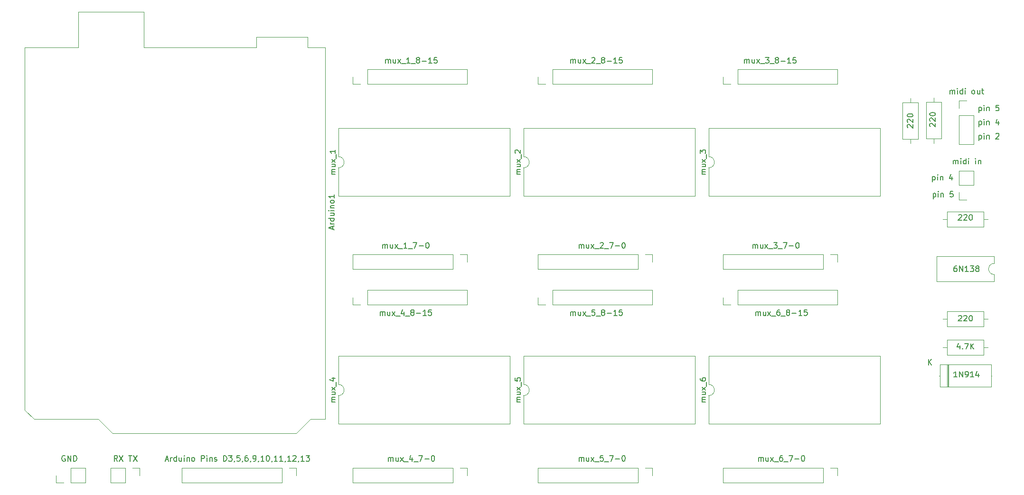
<source format=gbr>
G04 #@! TF.GenerationSoftware,KiCad,Pcbnew,(5.1.2-1)-1*
G04 #@! TF.CreationDate,2019-07-10T19:42:19-04:00*
G04 #@! TF.ProjectId,SuperMux,53757065-724d-4757-982e-6b696361645f,rev?*
G04 #@! TF.SameCoordinates,Original*
G04 #@! TF.FileFunction,Legend,Top*
G04 #@! TF.FilePolarity,Positive*
%FSLAX46Y46*%
G04 Gerber Fmt 4.6, Leading zero omitted, Abs format (unit mm)*
G04 Created by KiCad (PCBNEW (5.1.2-1)-1) date 2019-07-10 19:42:19*
%MOMM*%
%LPD*%
G04 APERTURE LIST*
%ADD10C,0.150000*%
%ADD11C,0.120000*%
G04 APERTURE END LIST*
D10*
X210238095Y-65285714D02*
X210238095Y-66285714D01*
X210238095Y-65333333D02*
X210333333Y-65285714D01*
X210523809Y-65285714D01*
X210619047Y-65333333D01*
X210666666Y-65380952D01*
X210714285Y-65476190D01*
X210714285Y-65761904D01*
X210666666Y-65857142D01*
X210619047Y-65904761D01*
X210523809Y-65952380D01*
X210333333Y-65952380D01*
X210238095Y-65904761D01*
X211142857Y-65952380D02*
X211142857Y-65285714D01*
X211142857Y-64952380D02*
X211095238Y-65000000D01*
X211142857Y-65047619D01*
X211190476Y-65000000D01*
X211142857Y-64952380D01*
X211142857Y-65047619D01*
X211619047Y-65285714D02*
X211619047Y-65952380D01*
X211619047Y-65380952D02*
X211666666Y-65333333D01*
X211761904Y-65285714D01*
X211904761Y-65285714D01*
X212000000Y-65333333D01*
X212047619Y-65428571D01*
X212047619Y-65952380D01*
X213238095Y-65047619D02*
X213285714Y-65000000D01*
X213380952Y-64952380D01*
X213619047Y-64952380D01*
X213714285Y-65000000D01*
X213761904Y-65047619D01*
X213809523Y-65142857D01*
X213809523Y-65238095D01*
X213761904Y-65380952D01*
X213190476Y-65952380D01*
X213809523Y-65952380D01*
X210238095Y-62785714D02*
X210238095Y-63785714D01*
X210238095Y-62833333D02*
X210333333Y-62785714D01*
X210523809Y-62785714D01*
X210619047Y-62833333D01*
X210666666Y-62880952D01*
X210714285Y-62976190D01*
X210714285Y-63261904D01*
X210666666Y-63357142D01*
X210619047Y-63404761D01*
X210523809Y-63452380D01*
X210333333Y-63452380D01*
X210238095Y-63404761D01*
X211142857Y-63452380D02*
X211142857Y-62785714D01*
X211142857Y-62452380D02*
X211095238Y-62500000D01*
X211142857Y-62547619D01*
X211190476Y-62500000D01*
X211142857Y-62452380D01*
X211142857Y-62547619D01*
X211619047Y-62785714D02*
X211619047Y-63452380D01*
X211619047Y-62880952D02*
X211666666Y-62833333D01*
X211761904Y-62785714D01*
X211904761Y-62785714D01*
X212000000Y-62833333D01*
X212047619Y-62928571D01*
X212047619Y-63452380D01*
X213714285Y-62785714D02*
X213714285Y-63452380D01*
X213476190Y-62404761D02*
X213238095Y-63119047D01*
X213857142Y-63119047D01*
X210238095Y-60285714D02*
X210238095Y-61285714D01*
X210238095Y-60333333D02*
X210333333Y-60285714D01*
X210523809Y-60285714D01*
X210619047Y-60333333D01*
X210666666Y-60380952D01*
X210714285Y-60476190D01*
X210714285Y-60761904D01*
X210666666Y-60857142D01*
X210619047Y-60904761D01*
X210523809Y-60952380D01*
X210333333Y-60952380D01*
X210238095Y-60904761D01*
X211142857Y-60952380D02*
X211142857Y-60285714D01*
X211142857Y-59952380D02*
X211095238Y-60000000D01*
X211142857Y-60047619D01*
X211190476Y-60000000D01*
X211142857Y-59952380D01*
X211142857Y-60047619D01*
X211619047Y-60285714D02*
X211619047Y-60952380D01*
X211619047Y-60380952D02*
X211666666Y-60333333D01*
X211761904Y-60285714D01*
X211904761Y-60285714D01*
X212000000Y-60333333D01*
X212047619Y-60428571D01*
X212047619Y-60952380D01*
X213761904Y-59952380D02*
X213285714Y-59952380D01*
X213238095Y-60428571D01*
X213285714Y-60380952D01*
X213380952Y-60333333D01*
X213619047Y-60333333D01*
X213714285Y-60380952D01*
X213761904Y-60428571D01*
X213809523Y-60523809D01*
X213809523Y-60761904D01*
X213761904Y-60857142D01*
X213714285Y-60904761D01*
X213619047Y-60952380D01*
X213380952Y-60952380D01*
X213285714Y-60904761D01*
X213238095Y-60857142D01*
X201958095Y-72645714D02*
X201958095Y-73645714D01*
X201958095Y-72693333D02*
X202053333Y-72645714D01*
X202243809Y-72645714D01*
X202339047Y-72693333D01*
X202386666Y-72740952D01*
X202434285Y-72836190D01*
X202434285Y-73121904D01*
X202386666Y-73217142D01*
X202339047Y-73264761D01*
X202243809Y-73312380D01*
X202053333Y-73312380D01*
X201958095Y-73264761D01*
X202862857Y-73312380D02*
X202862857Y-72645714D01*
X202862857Y-72312380D02*
X202815238Y-72360000D01*
X202862857Y-72407619D01*
X202910476Y-72360000D01*
X202862857Y-72312380D01*
X202862857Y-72407619D01*
X203339047Y-72645714D02*
X203339047Y-73312380D01*
X203339047Y-72740952D02*
X203386666Y-72693333D01*
X203481904Y-72645714D01*
X203624761Y-72645714D01*
X203720000Y-72693333D01*
X203767619Y-72788571D01*
X203767619Y-73312380D01*
X205434285Y-72645714D02*
X205434285Y-73312380D01*
X205196190Y-72264761D02*
X204958095Y-72979047D01*
X205577142Y-72979047D01*
X202058095Y-75645714D02*
X202058095Y-76645714D01*
X202058095Y-75693333D02*
X202153333Y-75645714D01*
X202343809Y-75645714D01*
X202439047Y-75693333D01*
X202486666Y-75740952D01*
X202534285Y-75836190D01*
X202534285Y-76121904D01*
X202486666Y-76217142D01*
X202439047Y-76264761D01*
X202343809Y-76312380D01*
X202153333Y-76312380D01*
X202058095Y-76264761D01*
X202962857Y-76312380D02*
X202962857Y-75645714D01*
X202962857Y-75312380D02*
X202915238Y-75360000D01*
X202962857Y-75407619D01*
X203010476Y-75360000D01*
X202962857Y-75312380D01*
X202962857Y-75407619D01*
X203439047Y-75645714D02*
X203439047Y-76312380D01*
X203439047Y-75740952D02*
X203486666Y-75693333D01*
X203581904Y-75645714D01*
X203724761Y-75645714D01*
X203820000Y-75693333D01*
X203867619Y-75788571D01*
X203867619Y-76312380D01*
X205581904Y-75312380D02*
X205105714Y-75312380D01*
X205058095Y-75788571D01*
X205105714Y-75740952D01*
X205200952Y-75693333D01*
X205439047Y-75693333D01*
X205534285Y-75740952D01*
X205581904Y-75788571D01*
X205629523Y-75883809D01*
X205629523Y-76121904D01*
X205581904Y-76217142D01*
X205534285Y-76264761D01*
X205439047Y-76312380D01*
X205200952Y-76312380D01*
X205105714Y-76264761D01*
X205058095Y-76217142D01*
D11*
X55670000Y-118510000D02*
X88440000Y-118510000D01*
X88440000Y-118510000D02*
X90980000Y-115970000D01*
X90980000Y-115970000D02*
X93650000Y-115970000D01*
X93650000Y-115970000D02*
X93650000Y-49670000D01*
X93650000Y-49670000D02*
X90470000Y-49670000D01*
X90470000Y-49670000D02*
X90470000Y-47770000D01*
X90470000Y-47770000D02*
X81330000Y-47770000D01*
X81330000Y-47770000D02*
X81330000Y-49670000D01*
X81330000Y-49670000D02*
X61260000Y-49670000D01*
X61260000Y-49670000D02*
X61260000Y-43320000D01*
X61260000Y-43320000D02*
X49580000Y-43320000D01*
X49580000Y-43320000D02*
X49580000Y-49670000D01*
X49580000Y-49670000D02*
X40050000Y-49670000D01*
X40050000Y-49670000D02*
X40050000Y-114320000D01*
X40050000Y-114320000D02*
X41700000Y-115970000D01*
X41700000Y-115970000D02*
X53130000Y-115970000D01*
X53130000Y-115970000D02*
X55670000Y-118510000D01*
X96000000Y-69120000D02*
G75*
G02X96000000Y-71120000I0J-1000000D01*
G01*
X96000000Y-71120000D02*
X96000000Y-76180000D01*
X96000000Y-76180000D02*
X126600000Y-76180000D01*
X126600000Y-76180000D02*
X126600000Y-64060000D01*
X126600000Y-64060000D02*
X96000000Y-64060000D01*
X96000000Y-64060000D02*
X96000000Y-69120000D01*
X98540000Y-86570000D02*
X98540000Y-89230000D01*
X116380000Y-86570000D02*
X98540000Y-86570000D01*
X116380000Y-89230000D02*
X98540000Y-89230000D01*
X116380000Y-86570000D02*
X116380000Y-89230000D01*
X117650000Y-86570000D02*
X118980000Y-86570000D01*
X118980000Y-86570000D02*
X118980000Y-87900000D01*
X98540000Y-56210000D02*
X98540000Y-54880000D01*
X99870000Y-56210000D02*
X98540000Y-56210000D01*
X101140000Y-56210000D02*
X101140000Y-53550000D01*
X101140000Y-53550000D02*
X118980000Y-53550000D01*
X101140000Y-56210000D02*
X118980000Y-56210000D01*
X118980000Y-56210000D02*
X118980000Y-53550000D01*
X131560000Y-86570000D02*
X131560000Y-89230000D01*
X149400000Y-86570000D02*
X131560000Y-86570000D01*
X149400000Y-89230000D02*
X131560000Y-89230000D01*
X149400000Y-86570000D02*
X149400000Y-89230000D01*
X150670000Y-86570000D02*
X152000000Y-86570000D01*
X152000000Y-86570000D02*
X152000000Y-87900000D01*
X131560000Y-56210000D02*
X131560000Y-54880000D01*
X132890000Y-56210000D02*
X131560000Y-56210000D01*
X134160000Y-56210000D02*
X134160000Y-53550000D01*
X134160000Y-53550000D02*
X152000000Y-53550000D01*
X134160000Y-56210000D02*
X152000000Y-56210000D01*
X152000000Y-56210000D02*
X152000000Y-53550000D01*
X164580000Y-86570000D02*
X164580000Y-89230000D01*
X182420000Y-86570000D02*
X164580000Y-86570000D01*
X182420000Y-89230000D02*
X164580000Y-89230000D01*
X182420000Y-86570000D02*
X182420000Y-89230000D01*
X183690000Y-86570000D02*
X185020000Y-86570000D01*
X185020000Y-86570000D02*
X185020000Y-87900000D01*
X164580000Y-56210000D02*
X164580000Y-54880000D01*
X165910000Y-56210000D02*
X164580000Y-56210000D01*
X167180000Y-56210000D02*
X167180000Y-53550000D01*
X167180000Y-53550000D02*
X185020000Y-53550000D01*
X167180000Y-56210000D02*
X185020000Y-56210000D01*
X185020000Y-56210000D02*
X185020000Y-53550000D01*
X98540000Y-124670000D02*
X98540000Y-127330000D01*
X116380000Y-124670000D02*
X98540000Y-124670000D01*
X116380000Y-127330000D02*
X98540000Y-127330000D01*
X116380000Y-124670000D02*
X116380000Y-127330000D01*
X117650000Y-124670000D02*
X118980000Y-124670000D01*
X118980000Y-124670000D02*
X118980000Y-126000000D01*
X98540000Y-95580000D02*
X98540000Y-94250000D01*
X99870000Y-95580000D02*
X98540000Y-95580000D01*
X101140000Y-95580000D02*
X101140000Y-92920000D01*
X101140000Y-92920000D02*
X118980000Y-92920000D01*
X101140000Y-95580000D02*
X118980000Y-95580000D01*
X118980000Y-95580000D02*
X118980000Y-92920000D01*
X131560000Y-124670000D02*
X131560000Y-127330000D01*
X149400000Y-124670000D02*
X131560000Y-124670000D01*
X149400000Y-127330000D02*
X131560000Y-127330000D01*
X149400000Y-124670000D02*
X149400000Y-127330000D01*
X150670000Y-124670000D02*
X152000000Y-124670000D01*
X152000000Y-124670000D02*
X152000000Y-126000000D01*
X131560000Y-95580000D02*
X131560000Y-94250000D01*
X132890000Y-95580000D02*
X131560000Y-95580000D01*
X134160000Y-95580000D02*
X134160000Y-92920000D01*
X134160000Y-92920000D02*
X152000000Y-92920000D01*
X134160000Y-95580000D02*
X152000000Y-95580000D01*
X152000000Y-95580000D02*
X152000000Y-92920000D01*
X164580000Y-124670000D02*
X164580000Y-127330000D01*
X182420000Y-124670000D02*
X164580000Y-124670000D01*
X182420000Y-127330000D02*
X164580000Y-127330000D01*
X182420000Y-124670000D02*
X182420000Y-127330000D01*
X183690000Y-124670000D02*
X185020000Y-124670000D01*
X185020000Y-124670000D02*
X185020000Y-126000000D01*
X164580000Y-95580000D02*
X164580000Y-94250000D01*
X165910000Y-95580000D02*
X164580000Y-95580000D01*
X167180000Y-95580000D02*
X167180000Y-92920000D01*
X167180000Y-92920000D02*
X185020000Y-92920000D01*
X167180000Y-95580000D02*
X185020000Y-95580000D01*
X185020000Y-95580000D02*
X185020000Y-92920000D01*
X68060000Y-124670000D02*
X68060000Y-127330000D01*
X85900000Y-124670000D02*
X68060000Y-124670000D01*
X85900000Y-127330000D02*
X68060000Y-127330000D01*
X85900000Y-124670000D02*
X85900000Y-127330000D01*
X87170000Y-124670000D02*
X88500000Y-124670000D01*
X88500000Y-124670000D02*
X88500000Y-126000000D01*
X55360000Y-124670000D02*
X55360000Y-127330000D01*
X57960000Y-124670000D02*
X55360000Y-124670000D01*
X57960000Y-127330000D02*
X55360000Y-127330000D01*
X57960000Y-124670000D02*
X57960000Y-127330000D01*
X59230000Y-124670000D02*
X60560000Y-124670000D01*
X60560000Y-124670000D02*
X60560000Y-126000000D01*
X129020000Y-69120000D02*
G75*
G02X129020000Y-71120000I0J-1000000D01*
G01*
X129020000Y-71120000D02*
X129020000Y-76180000D01*
X129020000Y-76180000D02*
X159620000Y-76180000D01*
X159620000Y-76180000D02*
X159620000Y-64060000D01*
X159620000Y-64060000D02*
X129020000Y-64060000D01*
X129020000Y-64060000D02*
X129020000Y-69120000D01*
X162040000Y-64060000D02*
X162040000Y-69120000D01*
X192640000Y-64060000D02*
X162040000Y-64060000D01*
X192640000Y-76180000D02*
X192640000Y-64060000D01*
X162040000Y-76180000D02*
X192640000Y-76180000D01*
X162040000Y-71120000D02*
X162040000Y-76180000D01*
X162040000Y-69120000D02*
G75*
G02X162040000Y-71120000I0J-1000000D01*
G01*
X96000000Y-104700000D02*
X96000000Y-109760000D01*
X126600000Y-104700000D02*
X96000000Y-104700000D01*
X126600000Y-116820000D02*
X126600000Y-104700000D01*
X96000000Y-116820000D02*
X126600000Y-116820000D01*
X96000000Y-111760000D02*
X96000000Y-116820000D01*
X96000000Y-109760000D02*
G75*
G02X96000000Y-111760000I0J-1000000D01*
G01*
X129020000Y-109760000D02*
G75*
G02X129020000Y-111760000I0J-1000000D01*
G01*
X129020000Y-111760000D02*
X129020000Y-116820000D01*
X129020000Y-116820000D02*
X159620000Y-116820000D01*
X159620000Y-116820000D02*
X159620000Y-104700000D01*
X159620000Y-104700000D02*
X129020000Y-104700000D01*
X129020000Y-104700000D02*
X129020000Y-109760000D01*
X162040000Y-109760000D02*
G75*
G02X162040000Y-111760000I0J-1000000D01*
G01*
X162040000Y-111760000D02*
X162040000Y-116820000D01*
X162040000Y-116820000D02*
X192640000Y-116820000D01*
X192640000Y-116820000D02*
X192640000Y-104700000D01*
X192640000Y-104700000D02*
X162040000Y-104700000D01*
X162040000Y-104700000D02*
X162040000Y-109760000D01*
X203250000Y-106250000D02*
X203250000Y-110190000D01*
X203250000Y-110190000D02*
X212390000Y-110190000D01*
X212390000Y-110190000D02*
X212390000Y-106250000D01*
X212390000Y-106250000D02*
X203250000Y-106250000D01*
X203110000Y-108220000D02*
X203250000Y-108220000D01*
X212530000Y-108220000D02*
X212390000Y-108220000D01*
X204705000Y-106250000D02*
X204705000Y-110190000D01*
X204825000Y-106250000D02*
X204825000Y-110190000D01*
X204585000Y-106250000D02*
X204585000Y-110190000D01*
X209330000Y-74230000D02*
X206670000Y-74230000D01*
X209330000Y-74230000D02*
X209330000Y-71630000D01*
X209330000Y-71630000D02*
X206670000Y-71630000D01*
X206670000Y-74230000D02*
X206670000Y-71630000D01*
X206670000Y-76830000D02*
X206670000Y-75500000D01*
X208000000Y-76830000D02*
X206670000Y-76830000D01*
X204550000Y-78910000D02*
X204550000Y-81650000D01*
X204550000Y-81650000D02*
X211090000Y-81650000D01*
X211090000Y-81650000D02*
X211090000Y-78910000D01*
X211090000Y-78910000D02*
X204550000Y-78910000D01*
X203780000Y-80280000D02*
X204550000Y-80280000D01*
X211860000Y-80280000D02*
X211090000Y-80280000D01*
X204550000Y-101770000D02*
X204550000Y-104510000D01*
X204550000Y-104510000D02*
X211090000Y-104510000D01*
X211090000Y-104510000D02*
X211090000Y-101770000D01*
X211090000Y-101770000D02*
X204550000Y-101770000D01*
X203780000Y-103140000D02*
X204550000Y-103140000D01*
X211860000Y-103140000D02*
X211090000Y-103140000D01*
X211860000Y-98060000D02*
X211090000Y-98060000D01*
X203780000Y-98060000D02*
X204550000Y-98060000D01*
X211090000Y-96690000D02*
X204550000Y-96690000D01*
X211090000Y-99430000D02*
X211090000Y-96690000D01*
X204550000Y-99430000D02*
X211090000Y-99430000D01*
X204550000Y-96690000D02*
X204550000Y-99430000D01*
X212960000Y-90170000D02*
G75*
G02X212960000Y-88170000I0J1000000D01*
G01*
X212960000Y-88170000D02*
X212960000Y-86920000D01*
X212960000Y-86920000D02*
X202680000Y-86920000D01*
X202680000Y-86920000D02*
X202680000Y-91420000D01*
X202680000Y-91420000D02*
X212960000Y-91420000D01*
X212960000Y-91420000D02*
X212960000Y-90170000D01*
X45670000Y-127330000D02*
X45670000Y-126000000D01*
X47000000Y-127330000D02*
X45670000Y-127330000D01*
X48270000Y-127330000D02*
X48270000Y-124670000D01*
X48270000Y-124670000D02*
X50870000Y-124670000D01*
X48270000Y-127330000D02*
X50870000Y-127330000D01*
X50870000Y-127330000D02*
X50870000Y-124670000D01*
X206670000Y-66910000D02*
X209330000Y-66910000D01*
X206670000Y-61770000D02*
X206670000Y-66910000D01*
X209330000Y-61770000D02*
X209330000Y-66910000D01*
X206670000Y-61770000D02*
X209330000Y-61770000D01*
X206670000Y-60500000D02*
X206670000Y-59170000D01*
X206670000Y-59170000D02*
X208000000Y-59170000D01*
X202200000Y-66720000D02*
X202200000Y-65950000D01*
X202200000Y-58640000D02*
X202200000Y-59410000D01*
X203570000Y-65950000D02*
X203570000Y-59410000D01*
X200830000Y-65950000D02*
X203570000Y-65950000D01*
X200830000Y-59410000D02*
X200830000Y-65950000D01*
X203570000Y-59410000D02*
X200830000Y-59410000D01*
X196630000Y-65990000D02*
X199370000Y-65990000D01*
X199370000Y-65990000D02*
X199370000Y-59450000D01*
X199370000Y-59450000D02*
X196630000Y-59450000D01*
X196630000Y-59450000D02*
X196630000Y-65990000D01*
X198000000Y-66760000D02*
X198000000Y-65990000D01*
X198000000Y-58680000D02*
X198000000Y-59450000D01*
D10*
X94956666Y-82081428D02*
X94956666Y-81605238D01*
X95242380Y-82176666D02*
X94242380Y-81843333D01*
X95242380Y-81510000D01*
X95242380Y-81176666D02*
X94575714Y-81176666D01*
X94766190Y-81176666D02*
X94670952Y-81129047D01*
X94623333Y-81081428D01*
X94575714Y-80986190D01*
X94575714Y-80890952D01*
X95242380Y-80129047D02*
X94242380Y-80129047D01*
X95194761Y-80129047D02*
X95242380Y-80224285D01*
X95242380Y-80414761D01*
X95194761Y-80510000D01*
X95147142Y-80557619D01*
X95051904Y-80605238D01*
X94766190Y-80605238D01*
X94670952Y-80557619D01*
X94623333Y-80510000D01*
X94575714Y-80414761D01*
X94575714Y-80224285D01*
X94623333Y-80129047D01*
X94575714Y-79224285D02*
X95242380Y-79224285D01*
X94575714Y-79652857D02*
X95099523Y-79652857D01*
X95194761Y-79605238D01*
X95242380Y-79510000D01*
X95242380Y-79367142D01*
X95194761Y-79271904D01*
X95147142Y-79224285D01*
X95242380Y-78748095D02*
X94575714Y-78748095D01*
X94242380Y-78748095D02*
X94290000Y-78795714D01*
X94337619Y-78748095D01*
X94290000Y-78700476D01*
X94242380Y-78748095D01*
X94337619Y-78748095D01*
X94575714Y-78271904D02*
X95242380Y-78271904D01*
X94670952Y-78271904D02*
X94623333Y-78224285D01*
X94575714Y-78129047D01*
X94575714Y-77986190D01*
X94623333Y-77890952D01*
X94718571Y-77843333D01*
X95242380Y-77843333D01*
X95242380Y-77224285D02*
X95194761Y-77319523D01*
X95147142Y-77367142D01*
X95051904Y-77414761D01*
X94766190Y-77414761D01*
X94670952Y-77367142D01*
X94623333Y-77319523D01*
X94575714Y-77224285D01*
X94575714Y-77081428D01*
X94623333Y-76986190D01*
X94670952Y-76938571D01*
X94766190Y-76890952D01*
X95051904Y-76890952D01*
X95147142Y-76938571D01*
X95194761Y-76986190D01*
X95242380Y-77081428D01*
X95242380Y-77224285D01*
X95242380Y-75938571D02*
X95242380Y-76510000D01*
X95242380Y-76224285D02*
X94242380Y-76224285D01*
X94385238Y-76319523D01*
X94480476Y-76414761D01*
X94528095Y-76510000D01*
X95452380Y-72262857D02*
X94785714Y-72262857D01*
X94880952Y-72262857D02*
X94833333Y-72215238D01*
X94785714Y-72120000D01*
X94785714Y-71977142D01*
X94833333Y-71881904D01*
X94928571Y-71834285D01*
X95452380Y-71834285D01*
X94928571Y-71834285D02*
X94833333Y-71786666D01*
X94785714Y-71691428D01*
X94785714Y-71548571D01*
X94833333Y-71453333D01*
X94928571Y-71405714D01*
X95452380Y-71405714D01*
X94785714Y-70500952D02*
X95452380Y-70500952D01*
X94785714Y-70929523D02*
X95309523Y-70929523D01*
X95404761Y-70881904D01*
X95452380Y-70786666D01*
X95452380Y-70643809D01*
X95404761Y-70548571D01*
X95357142Y-70500952D01*
X95452380Y-70120000D02*
X94785714Y-69596190D01*
X94785714Y-70120000D02*
X95452380Y-69596190D01*
X95547619Y-69453333D02*
X95547619Y-68691428D01*
X95452380Y-67929523D02*
X95452380Y-68500952D01*
X95452380Y-68215238D02*
X94452380Y-68215238D01*
X94595238Y-68310476D01*
X94690476Y-68405714D01*
X94738095Y-68500952D01*
X103904761Y-85452380D02*
X103904761Y-84785714D01*
X103904761Y-84880952D02*
X103952380Y-84833333D01*
X104047619Y-84785714D01*
X104190476Y-84785714D01*
X104285714Y-84833333D01*
X104333333Y-84928571D01*
X104333333Y-85452380D01*
X104333333Y-84928571D02*
X104380952Y-84833333D01*
X104476190Y-84785714D01*
X104619047Y-84785714D01*
X104714285Y-84833333D01*
X104761904Y-84928571D01*
X104761904Y-85452380D01*
X105666666Y-84785714D02*
X105666666Y-85452380D01*
X105238095Y-84785714D02*
X105238095Y-85309523D01*
X105285714Y-85404761D01*
X105380952Y-85452380D01*
X105523809Y-85452380D01*
X105619047Y-85404761D01*
X105666666Y-85357142D01*
X106047619Y-85452380D02*
X106571428Y-84785714D01*
X106047619Y-84785714D02*
X106571428Y-85452380D01*
X106714285Y-85547619D02*
X107476190Y-85547619D01*
X108238095Y-85452380D02*
X107666666Y-85452380D01*
X107952380Y-85452380D02*
X107952380Y-84452380D01*
X107857142Y-84595238D01*
X107761904Y-84690476D01*
X107666666Y-84738095D01*
X108428571Y-85547619D02*
X109190476Y-85547619D01*
X109333333Y-84452380D02*
X110000000Y-84452380D01*
X109571428Y-85452380D01*
X110380952Y-85071428D02*
X111142857Y-85071428D01*
X111809523Y-84452380D02*
X111904761Y-84452380D01*
X112000000Y-84500000D01*
X112047619Y-84547619D01*
X112095238Y-84642857D01*
X112142857Y-84833333D01*
X112142857Y-85071428D01*
X112095238Y-85261904D01*
X112047619Y-85357142D01*
X112000000Y-85404761D01*
X111904761Y-85452380D01*
X111809523Y-85452380D01*
X111714285Y-85404761D01*
X111666666Y-85357142D01*
X111619047Y-85261904D01*
X111571428Y-85071428D01*
X111571428Y-84833333D01*
X111619047Y-84642857D01*
X111666666Y-84547619D01*
X111714285Y-84500000D01*
X111809523Y-84452380D01*
X104428571Y-52452380D02*
X104428571Y-51785714D01*
X104428571Y-51880952D02*
X104476190Y-51833333D01*
X104571428Y-51785714D01*
X104714285Y-51785714D01*
X104809523Y-51833333D01*
X104857142Y-51928571D01*
X104857142Y-52452380D01*
X104857142Y-51928571D02*
X104904761Y-51833333D01*
X105000000Y-51785714D01*
X105142857Y-51785714D01*
X105238095Y-51833333D01*
X105285714Y-51928571D01*
X105285714Y-52452380D01*
X106190476Y-51785714D02*
X106190476Y-52452380D01*
X105761904Y-51785714D02*
X105761904Y-52309523D01*
X105809523Y-52404761D01*
X105904761Y-52452380D01*
X106047619Y-52452380D01*
X106142857Y-52404761D01*
X106190476Y-52357142D01*
X106571428Y-52452380D02*
X107095238Y-51785714D01*
X106571428Y-51785714D02*
X107095238Y-52452380D01*
X107238095Y-52547619D02*
X108000000Y-52547619D01*
X108761904Y-52452380D02*
X108190476Y-52452380D01*
X108476190Y-52452380D02*
X108476190Y-51452380D01*
X108380952Y-51595238D01*
X108285714Y-51690476D01*
X108190476Y-51738095D01*
X108952380Y-52547619D02*
X109714285Y-52547619D01*
X110095238Y-51880952D02*
X110000000Y-51833333D01*
X109952380Y-51785714D01*
X109904761Y-51690476D01*
X109904761Y-51642857D01*
X109952380Y-51547619D01*
X110000000Y-51500000D01*
X110095238Y-51452380D01*
X110285714Y-51452380D01*
X110380952Y-51500000D01*
X110428571Y-51547619D01*
X110476190Y-51642857D01*
X110476190Y-51690476D01*
X110428571Y-51785714D01*
X110380952Y-51833333D01*
X110285714Y-51880952D01*
X110095238Y-51880952D01*
X110000000Y-51928571D01*
X109952380Y-51976190D01*
X109904761Y-52071428D01*
X109904761Y-52261904D01*
X109952380Y-52357142D01*
X110000000Y-52404761D01*
X110095238Y-52452380D01*
X110285714Y-52452380D01*
X110380952Y-52404761D01*
X110428571Y-52357142D01*
X110476190Y-52261904D01*
X110476190Y-52071428D01*
X110428571Y-51976190D01*
X110380952Y-51928571D01*
X110285714Y-51880952D01*
X110904761Y-52071428D02*
X111666666Y-52071428D01*
X112666666Y-52452380D02*
X112095238Y-52452380D01*
X112380952Y-52452380D02*
X112380952Y-51452380D01*
X112285714Y-51595238D01*
X112190476Y-51690476D01*
X112095238Y-51738095D01*
X113571428Y-51452380D02*
X113095238Y-51452380D01*
X113047619Y-51928571D01*
X113095238Y-51880952D01*
X113190476Y-51833333D01*
X113428571Y-51833333D01*
X113523809Y-51880952D01*
X113571428Y-51928571D01*
X113619047Y-52023809D01*
X113619047Y-52261904D01*
X113571428Y-52357142D01*
X113523809Y-52404761D01*
X113428571Y-52452380D01*
X113190476Y-52452380D01*
X113095238Y-52404761D01*
X113047619Y-52357142D01*
X138904761Y-85452380D02*
X138904761Y-84785714D01*
X138904761Y-84880952D02*
X138952380Y-84833333D01*
X139047619Y-84785714D01*
X139190476Y-84785714D01*
X139285714Y-84833333D01*
X139333333Y-84928571D01*
X139333333Y-85452380D01*
X139333333Y-84928571D02*
X139380952Y-84833333D01*
X139476190Y-84785714D01*
X139619047Y-84785714D01*
X139714285Y-84833333D01*
X139761904Y-84928571D01*
X139761904Y-85452380D01*
X140666666Y-84785714D02*
X140666666Y-85452380D01*
X140238095Y-84785714D02*
X140238095Y-85309523D01*
X140285714Y-85404761D01*
X140380952Y-85452380D01*
X140523809Y-85452380D01*
X140619047Y-85404761D01*
X140666666Y-85357142D01*
X141047619Y-85452380D02*
X141571428Y-84785714D01*
X141047619Y-84785714D02*
X141571428Y-85452380D01*
X141714285Y-85547619D02*
X142476190Y-85547619D01*
X142666666Y-84547619D02*
X142714285Y-84500000D01*
X142809523Y-84452380D01*
X143047619Y-84452380D01*
X143142857Y-84500000D01*
X143190476Y-84547619D01*
X143238095Y-84642857D01*
X143238095Y-84738095D01*
X143190476Y-84880952D01*
X142619047Y-85452380D01*
X143238095Y-85452380D01*
X143428571Y-85547619D02*
X144190476Y-85547619D01*
X144333333Y-84452380D02*
X145000000Y-84452380D01*
X144571428Y-85452380D01*
X145380952Y-85071428D02*
X146142857Y-85071428D01*
X146809523Y-84452380D02*
X146904761Y-84452380D01*
X147000000Y-84500000D01*
X147047619Y-84547619D01*
X147095238Y-84642857D01*
X147142857Y-84833333D01*
X147142857Y-85071428D01*
X147095238Y-85261904D01*
X147047619Y-85357142D01*
X147000000Y-85404761D01*
X146904761Y-85452380D01*
X146809523Y-85452380D01*
X146714285Y-85404761D01*
X146666666Y-85357142D01*
X146619047Y-85261904D01*
X146571428Y-85071428D01*
X146571428Y-84833333D01*
X146619047Y-84642857D01*
X146666666Y-84547619D01*
X146714285Y-84500000D01*
X146809523Y-84452380D01*
X137428571Y-52452380D02*
X137428571Y-51785714D01*
X137428571Y-51880952D02*
X137476190Y-51833333D01*
X137571428Y-51785714D01*
X137714285Y-51785714D01*
X137809523Y-51833333D01*
X137857142Y-51928571D01*
X137857142Y-52452380D01*
X137857142Y-51928571D02*
X137904761Y-51833333D01*
X138000000Y-51785714D01*
X138142857Y-51785714D01*
X138238095Y-51833333D01*
X138285714Y-51928571D01*
X138285714Y-52452380D01*
X139190476Y-51785714D02*
X139190476Y-52452380D01*
X138761904Y-51785714D02*
X138761904Y-52309523D01*
X138809523Y-52404761D01*
X138904761Y-52452380D01*
X139047619Y-52452380D01*
X139142857Y-52404761D01*
X139190476Y-52357142D01*
X139571428Y-52452380D02*
X140095238Y-51785714D01*
X139571428Y-51785714D02*
X140095238Y-52452380D01*
X140238095Y-52547619D02*
X141000000Y-52547619D01*
X141190476Y-51547619D02*
X141238095Y-51500000D01*
X141333333Y-51452380D01*
X141571428Y-51452380D01*
X141666666Y-51500000D01*
X141714285Y-51547619D01*
X141761904Y-51642857D01*
X141761904Y-51738095D01*
X141714285Y-51880952D01*
X141142857Y-52452380D01*
X141761904Y-52452380D01*
X141952380Y-52547619D02*
X142714285Y-52547619D01*
X143095238Y-51880952D02*
X143000000Y-51833333D01*
X142952380Y-51785714D01*
X142904761Y-51690476D01*
X142904761Y-51642857D01*
X142952380Y-51547619D01*
X143000000Y-51500000D01*
X143095238Y-51452380D01*
X143285714Y-51452380D01*
X143380952Y-51500000D01*
X143428571Y-51547619D01*
X143476190Y-51642857D01*
X143476190Y-51690476D01*
X143428571Y-51785714D01*
X143380952Y-51833333D01*
X143285714Y-51880952D01*
X143095238Y-51880952D01*
X143000000Y-51928571D01*
X142952380Y-51976190D01*
X142904761Y-52071428D01*
X142904761Y-52261904D01*
X142952380Y-52357142D01*
X143000000Y-52404761D01*
X143095238Y-52452380D01*
X143285714Y-52452380D01*
X143380952Y-52404761D01*
X143428571Y-52357142D01*
X143476190Y-52261904D01*
X143476190Y-52071428D01*
X143428571Y-51976190D01*
X143380952Y-51928571D01*
X143285714Y-51880952D01*
X143904761Y-52071428D02*
X144666666Y-52071428D01*
X145666666Y-52452380D02*
X145095238Y-52452380D01*
X145380952Y-52452380D02*
X145380952Y-51452380D01*
X145285714Y-51595238D01*
X145190476Y-51690476D01*
X145095238Y-51738095D01*
X146571428Y-51452380D02*
X146095238Y-51452380D01*
X146047619Y-51928571D01*
X146095238Y-51880952D01*
X146190476Y-51833333D01*
X146428571Y-51833333D01*
X146523809Y-51880952D01*
X146571428Y-51928571D01*
X146619047Y-52023809D01*
X146619047Y-52261904D01*
X146571428Y-52357142D01*
X146523809Y-52404761D01*
X146428571Y-52452380D01*
X146190476Y-52452380D01*
X146095238Y-52404761D01*
X146047619Y-52357142D01*
X169904761Y-85452380D02*
X169904761Y-84785714D01*
X169904761Y-84880952D02*
X169952380Y-84833333D01*
X170047619Y-84785714D01*
X170190476Y-84785714D01*
X170285714Y-84833333D01*
X170333333Y-84928571D01*
X170333333Y-85452380D01*
X170333333Y-84928571D02*
X170380952Y-84833333D01*
X170476190Y-84785714D01*
X170619047Y-84785714D01*
X170714285Y-84833333D01*
X170761904Y-84928571D01*
X170761904Y-85452380D01*
X171666666Y-84785714D02*
X171666666Y-85452380D01*
X171238095Y-84785714D02*
X171238095Y-85309523D01*
X171285714Y-85404761D01*
X171380952Y-85452380D01*
X171523809Y-85452380D01*
X171619047Y-85404761D01*
X171666666Y-85357142D01*
X172047619Y-85452380D02*
X172571428Y-84785714D01*
X172047619Y-84785714D02*
X172571428Y-85452380D01*
X172714285Y-85547619D02*
X173476190Y-85547619D01*
X173619047Y-84452380D02*
X174238095Y-84452380D01*
X173904761Y-84833333D01*
X174047619Y-84833333D01*
X174142857Y-84880952D01*
X174190476Y-84928571D01*
X174238095Y-85023809D01*
X174238095Y-85261904D01*
X174190476Y-85357142D01*
X174142857Y-85404761D01*
X174047619Y-85452380D01*
X173761904Y-85452380D01*
X173666666Y-85404761D01*
X173619047Y-85357142D01*
X174428571Y-85547619D02*
X175190476Y-85547619D01*
X175333333Y-84452380D02*
X176000000Y-84452380D01*
X175571428Y-85452380D01*
X176380952Y-85071428D02*
X177142857Y-85071428D01*
X177809523Y-84452380D02*
X177904761Y-84452380D01*
X178000000Y-84500000D01*
X178047619Y-84547619D01*
X178095238Y-84642857D01*
X178142857Y-84833333D01*
X178142857Y-85071428D01*
X178095238Y-85261904D01*
X178047619Y-85357142D01*
X178000000Y-85404761D01*
X177904761Y-85452380D01*
X177809523Y-85452380D01*
X177714285Y-85404761D01*
X177666666Y-85357142D01*
X177619047Y-85261904D01*
X177571428Y-85071428D01*
X177571428Y-84833333D01*
X177619047Y-84642857D01*
X177666666Y-84547619D01*
X177714285Y-84500000D01*
X177809523Y-84452380D01*
X168428571Y-52452380D02*
X168428571Y-51785714D01*
X168428571Y-51880952D02*
X168476190Y-51833333D01*
X168571428Y-51785714D01*
X168714285Y-51785714D01*
X168809523Y-51833333D01*
X168857142Y-51928571D01*
X168857142Y-52452380D01*
X168857142Y-51928571D02*
X168904761Y-51833333D01*
X169000000Y-51785714D01*
X169142857Y-51785714D01*
X169238095Y-51833333D01*
X169285714Y-51928571D01*
X169285714Y-52452380D01*
X170190476Y-51785714D02*
X170190476Y-52452380D01*
X169761904Y-51785714D02*
X169761904Y-52309523D01*
X169809523Y-52404761D01*
X169904761Y-52452380D01*
X170047619Y-52452380D01*
X170142857Y-52404761D01*
X170190476Y-52357142D01*
X170571428Y-52452380D02*
X171095238Y-51785714D01*
X170571428Y-51785714D02*
X171095238Y-52452380D01*
X171238095Y-52547619D02*
X172000000Y-52547619D01*
X172142857Y-51452380D02*
X172761904Y-51452380D01*
X172428571Y-51833333D01*
X172571428Y-51833333D01*
X172666666Y-51880952D01*
X172714285Y-51928571D01*
X172761904Y-52023809D01*
X172761904Y-52261904D01*
X172714285Y-52357142D01*
X172666666Y-52404761D01*
X172571428Y-52452380D01*
X172285714Y-52452380D01*
X172190476Y-52404761D01*
X172142857Y-52357142D01*
X172952380Y-52547619D02*
X173714285Y-52547619D01*
X174095238Y-51880952D02*
X174000000Y-51833333D01*
X173952380Y-51785714D01*
X173904761Y-51690476D01*
X173904761Y-51642857D01*
X173952380Y-51547619D01*
X174000000Y-51500000D01*
X174095238Y-51452380D01*
X174285714Y-51452380D01*
X174380952Y-51500000D01*
X174428571Y-51547619D01*
X174476190Y-51642857D01*
X174476190Y-51690476D01*
X174428571Y-51785714D01*
X174380952Y-51833333D01*
X174285714Y-51880952D01*
X174095238Y-51880952D01*
X174000000Y-51928571D01*
X173952380Y-51976190D01*
X173904761Y-52071428D01*
X173904761Y-52261904D01*
X173952380Y-52357142D01*
X174000000Y-52404761D01*
X174095238Y-52452380D01*
X174285714Y-52452380D01*
X174380952Y-52404761D01*
X174428571Y-52357142D01*
X174476190Y-52261904D01*
X174476190Y-52071428D01*
X174428571Y-51976190D01*
X174380952Y-51928571D01*
X174285714Y-51880952D01*
X174904761Y-52071428D02*
X175666666Y-52071428D01*
X176666666Y-52452380D02*
X176095238Y-52452380D01*
X176380952Y-52452380D02*
X176380952Y-51452380D01*
X176285714Y-51595238D01*
X176190476Y-51690476D01*
X176095238Y-51738095D01*
X177571428Y-51452380D02*
X177095238Y-51452380D01*
X177047619Y-51928571D01*
X177095238Y-51880952D01*
X177190476Y-51833333D01*
X177428571Y-51833333D01*
X177523809Y-51880952D01*
X177571428Y-51928571D01*
X177619047Y-52023809D01*
X177619047Y-52261904D01*
X177571428Y-52357142D01*
X177523809Y-52404761D01*
X177428571Y-52452380D01*
X177190476Y-52452380D01*
X177095238Y-52404761D01*
X177047619Y-52357142D01*
X104904761Y-123452380D02*
X104904761Y-122785714D01*
X104904761Y-122880952D02*
X104952380Y-122833333D01*
X105047619Y-122785714D01*
X105190476Y-122785714D01*
X105285714Y-122833333D01*
X105333333Y-122928571D01*
X105333333Y-123452380D01*
X105333333Y-122928571D02*
X105380952Y-122833333D01*
X105476190Y-122785714D01*
X105619047Y-122785714D01*
X105714285Y-122833333D01*
X105761904Y-122928571D01*
X105761904Y-123452380D01*
X106666666Y-122785714D02*
X106666666Y-123452380D01*
X106238095Y-122785714D02*
X106238095Y-123309523D01*
X106285714Y-123404761D01*
X106380952Y-123452380D01*
X106523809Y-123452380D01*
X106619047Y-123404761D01*
X106666666Y-123357142D01*
X107047619Y-123452380D02*
X107571428Y-122785714D01*
X107047619Y-122785714D02*
X107571428Y-123452380D01*
X107714285Y-123547619D02*
X108476190Y-123547619D01*
X109142857Y-122785714D02*
X109142857Y-123452380D01*
X108904761Y-122404761D02*
X108666666Y-123119047D01*
X109285714Y-123119047D01*
X109428571Y-123547619D02*
X110190476Y-123547619D01*
X110333333Y-122452380D02*
X111000000Y-122452380D01*
X110571428Y-123452380D01*
X111380952Y-123071428D02*
X112142857Y-123071428D01*
X112809523Y-122452380D02*
X112904761Y-122452380D01*
X113000000Y-122500000D01*
X113047619Y-122547619D01*
X113095238Y-122642857D01*
X113142857Y-122833333D01*
X113142857Y-123071428D01*
X113095238Y-123261904D01*
X113047619Y-123357142D01*
X113000000Y-123404761D01*
X112904761Y-123452380D01*
X112809523Y-123452380D01*
X112714285Y-123404761D01*
X112666666Y-123357142D01*
X112619047Y-123261904D01*
X112571428Y-123071428D01*
X112571428Y-122833333D01*
X112619047Y-122642857D01*
X112666666Y-122547619D01*
X112714285Y-122500000D01*
X112809523Y-122452380D01*
X103428571Y-97452380D02*
X103428571Y-96785714D01*
X103428571Y-96880952D02*
X103476190Y-96833333D01*
X103571428Y-96785714D01*
X103714285Y-96785714D01*
X103809523Y-96833333D01*
X103857142Y-96928571D01*
X103857142Y-97452380D01*
X103857142Y-96928571D02*
X103904761Y-96833333D01*
X104000000Y-96785714D01*
X104142857Y-96785714D01*
X104238095Y-96833333D01*
X104285714Y-96928571D01*
X104285714Y-97452380D01*
X105190476Y-96785714D02*
X105190476Y-97452380D01*
X104761904Y-96785714D02*
X104761904Y-97309523D01*
X104809523Y-97404761D01*
X104904761Y-97452380D01*
X105047619Y-97452380D01*
X105142857Y-97404761D01*
X105190476Y-97357142D01*
X105571428Y-97452380D02*
X106095238Y-96785714D01*
X105571428Y-96785714D02*
X106095238Y-97452380D01*
X106238095Y-97547619D02*
X107000000Y-97547619D01*
X107666666Y-96785714D02*
X107666666Y-97452380D01*
X107428571Y-96404761D02*
X107190476Y-97119047D01*
X107809523Y-97119047D01*
X107952380Y-97547619D02*
X108714285Y-97547619D01*
X109095238Y-96880952D02*
X109000000Y-96833333D01*
X108952380Y-96785714D01*
X108904761Y-96690476D01*
X108904761Y-96642857D01*
X108952380Y-96547619D01*
X109000000Y-96500000D01*
X109095238Y-96452380D01*
X109285714Y-96452380D01*
X109380952Y-96500000D01*
X109428571Y-96547619D01*
X109476190Y-96642857D01*
X109476190Y-96690476D01*
X109428571Y-96785714D01*
X109380952Y-96833333D01*
X109285714Y-96880952D01*
X109095238Y-96880952D01*
X109000000Y-96928571D01*
X108952380Y-96976190D01*
X108904761Y-97071428D01*
X108904761Y-97261904D01*
X108952380Y-97357142D01*
X109000000Y-97404761D01*
X109095238Y-97452380D01*
X109285714Y-97452380D01*
X109380952Y-97404761D01*
X109428571Y-97357142D01*
X109476190Y-97261904D01*
X109476190Y-97071428D01*
X109428571Y-96976190D01*
X109380952Y-96928571D01*
X109285714Y-96880952D01*
X109904761Y-97071428D02*
X110666666Y-97071428D01*
X111666666Y-97452380D02*
X111095238Y-97452380D01*
X111380952Y-97452380D02*
X111380952Y-96452380D01*
X111285714Y-96595238D01*
X111190476Y-96690476D01*
X111095238Y-96738095D01*
X112571428Y-96452380D02*
X112095238Y-96452380D01*
X112047619Y-96928571D01*
X112095238Y-96880952D01*
X112190476Y-96833333D01*
X112428571Y-96833333D01*
X112523809Y-96880952D01*
X112571428Y-96928571D01*
X112619047Y-97023809D01*
X112619047Y-97261904D01*
X112571428Y-97357142D01*
X112523809Y-97404761D01*
X112428571Y-97452380D01*
X112190476Y-97452380D01*
X112095238Y-97404761D01*
X112047619Y-97357142D01*
X138904761Y-123452380D02*
X138904761Y-122785714D01*
X138904761Y-122880952D02*
X138952380Y-122833333D01*
X139047619Y-122785714D01*
X139190476Y-122785714D01*
X139285714Y-122833333D01*
X139333333Y-122928571D01*
X139333333Y-123452380D01*
X139333333Y-122928571D02*
X139380952Y-122833333D01*
X139476190Y-122785714D01*
X139619047Y-122785714D01*
X139714285Y-122833333D01*
X139761904Y-122928571D01*
X139761904Y-123452380D01*
X140666666Y-122785714D02*
X140666666Y-123452380D01*
X140238095Y-122785714D02*
X140238095Y-123309523D01*
X140285714Y-123404761D01*
X140380952Y-123452380D01*
X140523809Y-123452380D01*
X140619047Y-123404761D01*
X140666666Y-123357142D01*
X141047619Y-123452380D02*
X141571428Y-122785714D01*
X141047619Y-122785714D02*
X141571428Y-123452380D01*
X141714285Y-123547619D02*
X142476190Y-123547619D01*
X143190476Y-122452380D02*
X142714285Y-122452380D01*
X142666666Y-122928571D01*
X142714285Y-122880952D01*
X142809523Y-122833333D01*
X143047619Y-122833333D01*
X143142857Y-122880952D01*
X143190476Y-122928571D01*
X143238095Y-123023809D01*
X143238095Y-123261904D01*
X143190476Y-123357142D01*
X143142857Y-123404761D01*
X143047619Y-123452380D01*
X142809523Y-123452380D01*
X142714285Y-123404761D01*
X142666666Y-123357142D01*
X143428571Y-123547619D02*
X144190476Y-123547619D01*
X144333333Y-122452380D02*
X145000000Y-122452380D01*
X144571428Y-123452380D01*
X145380952Y-123071428D02*
X146142857Y-123071428D01*
X146809523Y-122452380D02*
X146904761Y-122452380D01*
X147000000Y-122500000D01*
X147047619Y-122547619D01*
X147095238Y-122642857D01*
X147142857Y-122833333D01*
X147142857Y-123071428D01*
X147095238Y-123261904D01*
X147047619Y-123357142D01*
X147000000Y-123404761D01*
X146904761Y-123452380D01*
X146809523Y-123452380D01*
X146714285Y-123404761D01*
X146666666Y-123357142D01*
X146619047Y-123261904D01*
X146571428Y-123071428D01*
X146571428Y-122833333D01*
X146619047Y-122642857D01*
X146666666Y-122547619D01*
X146714285Y-122500000D01*
X146809523Y-122452380D01*
X137428571Y-97452380D02*
X137428571Y-96785714D01*
X137428571Y-96880952D02*
X137476190Y-96833333D01*
X137571428Y-96785714D01*
X137714285Y-96785714D01*
X137809523Y-96833333D01*
X137857142Y-96928571D01*
X137857142Y-97452380D01*
X137857142Y-96928571D02*
X137904761Y-96833333D01*
X138000000Y-96785714D01*
X138142857Y-96785714D01*
X138238095Y-96833333D01*
X138285714Y-96928571D01*
X138285714Y-97452380D01*
X139190476Y-96785714D02*
X139190476Y-97452380D01*
X138761904Y-96785714D02*
X138761904Y-97309523D01*
X138809523Y-97404761D01*
X138904761Y-97452380D01*
X139047619Y-97452380D01*
X139142857Y-97404761D01*
X139190476Y-97357142D01*
X139571428Y-97452380D02*
X140095238Y-96785714D01*
X139571428Y-96785714D02*
X140095238Y-97452380D01*
X140238095Y-97547619D02*
X141000000Y-97547619D01*
X141714285Y-96452380D02*
X141238095Y-96452380D01*
X141190476Y-96928571D01*
X141238095Y-96880952D01*
X141333333Y-96833333D01*
X141571428Y-96833333D01*
X141666666Y-96880952D01*
X141714285Y-96928571D01*
X141761904Y-97023809D01*
X141761904Y-97261904D01*
X141714285Y-97357142D01*
X141666666Y-97404761D01*
X141571428Y-97452380D01*
X141333333Y-97452380D01*
X141238095Y-97404761D01*
X141190476Y-97357142D01*
X141952380Y-97547619D02*
X142714285Y-97547619D01*
X143095238Y-96880952D02*
X143000000Y-96833333D01*
X142952380Y-96785714D01*
X142904761Y-96690476D01*
X142904761Y-96642857D01*
X142952380Y-96547619D01*
X143000000Y-96500000D01*
X143095238Y-96452380D01*
X143285714Y-96452380D01*
X143380952Y-96500000D01*
X143428571Y-96547619D01*
X143476190Y-96642857D01*
X143476190Y-96690476D01*
X143428571Y-96785714D01*
X143380952Y-96833333D01*
X143285714Y-96880952D01*
X143095238Y-96880952D01*
X143000000Y-96928571D01*
X142952380Y-96976190D01*
X142904761Y-97071428D01*
X142904761Y-97261904D01*
X142952380Y-97357142D01*
X143000000Y-97404761D01*
X143095238Y-97452380D01*
X143285714Y-97452380D01*
X143380952Y-97404761D01*
X143428571Y-97357142D01*
X143476190Y-97261904D01*
X143476190Y-97071428D01*
X143428571Y-96976190D01*
X143380952Y-96928571D01*
X143285714Y-96880952D01*
X143904761Y-97071428D02*
X144666666Y-97071428D01*
X145666666Y-97452380D02*
X145095238Y-97452380D01*
X145380952Y-97452380D02*
X145380952Y-96452380D01*
X145285714Y-96595238D01*
X145190476Y-96690476D01*
X145095238Y-96738095D01*
X146571428Y-96452380D02*
X146095238Y-96452380D01*
X146047619Y-96928571D01*
X146095238Y-96880952D01*
X146190476Y-96833333D01*
X146428571Y-96833333D01*
X146523809Y-96880952D01*
X146571428Y-96928571D01*
X146619047Y-97023809D01*
X146619047Y-97261904D01*
X146571428Y-97357142D01*
X146523809Y-97404761D01*
X146428571Y-97452380D01*
X146190476Y-97452380D01*
X146095238Y-97404761D01*
X146047619Y-97357142D01*
X170904761Y-123452380D02*
X170904761Y-122785714D01*
X170904761Y-122880952D02*
X170952380Y-122833333D01*
X171047619Y-122785714D01*
X171190476Y-122785714D01*
X171285714Y-122833333D01*
X171333333Y-122928571D01*
X171333333Y-123452380D01*
X171333333Y-122928571D02*
X171380952Y-122833333D01*
X171476190Y-122785714D01*
X171619047Y-122785714D01*
X171714285Y-122833333D01*
X171761904Y-122928571D01*
X171761904Y-123452380D01*
X172666666Y-122785714D02*
X172666666Y-123452380D01*
X172238095Y-122785714D02*
X172238095Y-123309523D01*
X172285714Y-123404761D01*
X172380952Y-123452380D01*
X172523809Y-123452380D01*
X172619047Y-123404761D01*
X172666666Y-123357142D01*
X173047619Y-123452380D02*
X173571428Y-122785714D01*
X173047619Y-122785714D02*
X173571428Y-123452380D01*
X173714285Y-123547619D02*
X174476190Y-123547619D01*
X175142857Y-122452380D02*
X174952380Y-122452380D01*
X174857142Y-122500000D01*
X174809523Y-122547619D01*
X174714285Y-122690476D01*
X174666666Y-122880952D01*
X174666666Y-123261904D01*
X174714285Y-123357142D01*
X174761904Y-123404761D01*
X174857142Y-123452380D01*
X175047619Y-123452380D01*
X175142857Y-123404761D01*
X175190476Y-123357142D01*
X175238095Y-123261904D01*
X175238095Y-123023809D01*
X175190476Y-122928571D01*
X175142857Y-122880952D01*
X175047619Y-122833333D01*
X174857142Y-122833333D01*
X174761904Y-122880952D01*
X174714285Y-122928571D01*
X174666666Y-123023809D01*
X175428571Y-123547619D02*
X176190476Y-123547619D01*
X176333333Y-122452380D02*
X177000000Y-122452380D01*
X176571428Y-123452380D01*
X177380952Y-123071428D02*
X178142857Y-123071428D01*
X178809523Y-122452380D02*
X178904761Y-122452380D01*
X179000000Y-122500000D01*
X179047619Y-122547619D01*
X179095238Y-122642857D01*
X179142857Y-122833333D01*
X179142857Y-123071428D01*
X179095238Y-123261904D01*
X179047619Y-123357142D01*
X179000000Y-123404761D01*
X178904761Y-123452380D01*
X178809523Y-123452380D01*
X178714285Y-123404761D01*
X178666666Y-123357142D01*
X178619047Y-123261904D01*
X178571428Y-123071428D01*
X178571428Y-122833333D01*
X178619047Y-122642857D01*
X178666666Y-122547619D01*
X178714285Y-122500000D01*
X178809523Y-122452380D01*
X170428571Y-97452380D02*
X170428571Y-96785714D01*
X170428571Y-96880952D02*
X170476190Y-96833333D01*
X170571428Y-96785714D01*
X170714285Y-96785714D01*
X170809523Y-96833333D01*
X170857142Y-96928571D01*
X170857142Y-97452380D01*
X170857142Y-96928571D02*
X170904761Y-96833333D01*
X171000000Y-96785714D01*
X171142857Y-96785714D01*
X171238095Y-96833333D01*
X171285714Y-96928571D01*
X171285714Y-97452380D01*
X172190476Y-96785714D02*
X172190476Y-97452380D01*
X171761904Y-96785714D02*
X171761904Y-97309523D01*
X171809523Y-97404761D01*
X171904761Y-97452380D01*
X172047619Y-97452380D01*
X172142857Y-97404761D01*
X172190476Y-97357142D01*
X172571428Y-97452380D02*
X173095238Y-96785714D01*
X172571428Y-96785714D02*
X173095238Y-97452380D01*
X173238095Y-97547619D02*
X174000000Y-97547619D01*
X174666666Y-96452380D02*
X174476190Y-96452380D01*
X174380952Y-96500000D01*
X174333333Y-96547619D01*
X174238095Y-96690476D01*
X174190476Y-96880952D01*
X174190476Y-97261904D01*
X174238095Y-97357142D01*
X174285714Y-97404761D01*
X174380952Y-97452380D01*
X174571428Y-97452380D01*
X174666666Y-97404761D01*
X174714285Y-97357142D01*
X174761904Y-97261904D01*
X174761904Y-97023809D01*
X174714285Y-96928571D01*
X174666666Y-96880952D01*
X174571428Y-96833333D01*
X174380952Y-96833333D01*
X174285714Y-96880952D01*
X174238095Y-96928571D01*
X174190476Y-97023809D01*
X174952380Y-97547619D02*
X175714285Y-97547619D01*
X176095238Y-96880952D02*
X176000000Y-96833333D01*
X175952380Y-96785714D01*
X175904761Y-96690476D01*
X175904761Y-96642857D01*
X175952380Y-96547619D01*
X176000000Y-96500000D01*
X176095238Y-96452380D01*
X176285714Y-96452380D01*
X176380952Y-96500000D01*
X176428571Y-96547619D01*
X176476190Y-96642857D01*
X176476190Y-96690476D01*
X176428571Y-96785714D01*
X176380952Y-96833333D01*
X176285714Y-96880952D01*
X176095238Y-96880952D01*
X176000000Y-96928571D01*
X175952380Y-96976190D01*
X175904761Y-97071428D01*
X175904761Y-97261904D01*
X175952380Y-97357142D01*
X176000000Y-97404761D01*
X176095238Y-97452380D01*
X176285714Y-97452380D01*
X176380952Y-97404761D01*
X176428571Y-97357142D01*
X176476190Y-97261904D01*
X176476190Y-97071428D01*
X176428571Y-96976190D01*
X176380952Y-96928571D01*
X176285714Y-96880952D01*
X176904761Y-97071428D02*
X177666666Y-97071428D01*
X178666666Y-97452380D02*
X178095238Y-97452380D01*
X178380952Y-97452380D02*
X178380952Y-96452380D01*
X178285714Y-96595238D01*
X178190476Y-96690476D01*
X178095238Y-96738095D01*
X179571428Y-96452380D02*
X179095238Y-96452380D01*
X179047619Y-96928571D01*
X179095238Y-96880952D01*
X179190476Y-96833333D01*
X179428571Y-96833333D01*
X179523809Y-96880952D01*
X179571428Y-96928571D01*
X179619047Y-97023809D01*
X179619047Y-97261904D01*
X179571428Y-97357142D01*
X179523809Y-97404761D01*
X179428571Y-97452380D01*
X179190476Y-97452380D01*
X179095238Y-97404761D01*
X179047619Y-97357142D01*
X65166666Y-123166666D02*
X65642857Y-123166666D01*
X65071428Y-123452380D02*
X65404761Y-122452380D01*
X65738095Y-123452380D01*
X66071428Y-123452380D02*
X66071428Y-122785714D01*
X66071428Y-122976190D02*
X66119047Y-122880952D01*
X66166666Y-122833333D01*
X66261904Y-122785714D01*
X66357142Y-122785714D01*
X67119047Y-123452380D02*
X67119047Y-122452380D01*
X67119047Y-123404761D02*
X67023809Y-123452380D01*
X66833333Y-123452380D01*
X66738095Y-123404761D01*
X66690476Y-123357142D01*
X66642857Y-123261904D01*
X66642857Y-122976190D01*
X66690476Y-122880952D01*
X66738095Y-122833333D01*
X66833333Y-122785714D01*
X67023809Y-122785714D01*
X67119047Y-122833333D01*
X68023809Y-122785714D02*
X68023809Y-123452380D01*
X67595238Y-122785714D02*
X67595238Y-123309523D01*
X67642857Y-123404761D01*
X67738095Y-123452380D01*
X67880952Y-123452380D01*
X67976190Y-123404761D01*
X68023809Y-123357142D01*
X68500000Y-123452380D02*
X68500000Y-122785714D01*
X68500000Y-122452380D02*
X68452380Y-122500000D01*
X68500000Y-122547619D01*
X68547619Y-122500000D01*
X68500000Y-122452380D01*
X68500000Y-122547619D01*
X68976190Y-122785714D02*
X68976190Y-123452380D01*
X68976190Y-122880952D02*
X69023809Y-122833333D01*
X69119047Y-122785714D01*
X69261904Y-122785714D01*
X69357142Y-122833333D01*
X69404761Y-122928571D01*
X69404761Y-123452380D01*
X70023809Y-123452380D02*
X69928571Y-123404761D01*
X69880952Y-123357142D01*
X69833333Y-123261904D01*
X69833333Y-122976190D01*
X69880952Y-122880952D01*
X69928571Y-122833333D01*
X70023809Y-122785714D01*
X70166666Y-122785714D01*
X70261904Y-122833333D01*
X70309523Y-122880952D01*
X70357142Y-122976190D01*
X70357142Y-123261904D01*
X70309523Y-123357142D01*
X70261904Y-123404761D01*
X70166666Y-123452380D01*
X70023809Y-123452380D01*
X71547619Y-123452380D02*
X71547619Y-122452380D01*
X71928571Y-122452380D01*
X72023809Y-122500000D01*
X72071428Y-122547619D01*
X72119047Y-122642857D01*
X72119047Y-122785714D01*
X72071428Y-122880952D01*
X72023809Y-122928571D01*
X71928571Y-122976190D01*
X71547619Y-122976190D01*
X72547619Y-123452380D02*
X72547619Y-122785714D01*
X72547619Y-122452380D02*
X72500000Y-122500000D01*
X72547619Y-122547619D01*
X72595238Y-122500000D01*
X72547619Y-122452380D01*
X72547619Y-122547619D01*
X73023809Y-122785714D02*
X73023809Y-123452380D01*
X73023809Y-122880952D02*
X73071428Y-122833333D01*
X73166666Y-122785714D01*
X73309523Y-122785714D01*
X73404761Y-122833333D01*
X73452380Y-122928571D01*
X73452380Y-123452380D01*
X73880952Y-123404761D02*
X73976190Y-123452380D01*
X74166666Y-123452380D01*
X74261904Y-123404761D01*
X74309523Y-123309523D01*
X74309523Y-123261904D01*
X74261904Y-123166666D01*
X74166666Y-123119047D01*
X74023809Y-123119047D01*
X73928571Y-123071428D01*
X73880952Y-122976190D01*
X73880952Y-122928571D01*
X73928571Y-122833333D01*
X74023809Y-122785714D01*
X74166666Y-122785714D01*
X74261904Y-122833333D01*
X75500000Y-123452380D02*
X75500000Y-122452380D01*
X75738095Y-122452380D01*
X75880952Y-122500000D01*
X75976190Y-122595238D01*
X76023809Y-122690476D01*
X76071428Y-122880952D01*
X76071428Y-123023809D01*
X76023809Y-123214285D01*
X75976190Y-123309523D01*
X75880952Y-123404761D01*
X75738095Y-123452380D01*
X75500000Y-123452380D01*
X76404761Y-122452380D02*
X77023809Y-122452380D01*
X76690476Y-122833333D01*
X76833333Y-122833333D01*
X76928571Y-122880952D01*
X76976190Y-122928571D01*
X77023809Y-123023809D01*
X77023809Y-123261904D01*
X76976190Y-123357142D01*
X76928571Y-123404761D01*
X76833333Y-123452380D01*
X76547619Y-123452380D01*
X76452380Y-123404761D01*
X76404761Y-123357142D01*
X77500000Y-123404761D02*
X77500000Y-123452380D01*
X77452380Y-123547619D01*
X77404761Y-123595238D01*
X78404761Y-122452380D02*
X77928571Y-122452380D01*
X77880952Y-122928571D01*
X77928571Y-122880952D01*
X78023809Y-122833333D01*
X78261904Y-122833333D01*
X78357142Y-122880952D01*
X78404761Y-122928571D01*
X78452380Y-123023809D01*
X78452380Y-123261904D01*
X78404761Y-123357142D01*
X78357142Y-123404761D01*
X78261904Y-123452380D01*
X78023809Y-123452380D01*
X77928571Y-123404761D01*
X77880952Y-123357142D01*
X78928571Y-123404761D02*
X78928571Y-123452380D01*
X78880952Y-123547619D01*
X78833333Y-123595238D01*
X79785714Y-122452380D02*
X79595238Y-122452380D01*
X79500000Y-122500000D01*
X79452380Y-122547619D01*
X79357142Y-122690476D01*
X79309523Y-122880952D01*
X79309523Y-123261904D01*
X79357142Y-123357142D01*
X79404761Y-123404761D01*
X79500000Y-123452380D01*
X79690476Y-123452380D01*
X79785714Y-123404761D01*
X79833333Y-123357142D01*
X79880952Y-123261904D01*
X79880952Y-123023809D01*
X79833333Y-122928571D01*
X79785714Y-122880952D01*
X79690476Y-122833333D01*
X79500000Y-122833333D01*
X79404761Y-122880952D01*
X79357142Y-122928571D01*
X79309523Y-123023809D01*
X80357142Y-123404761D02*
X80357142Y-123452380D01*
X80309523Y-123547619D01*
X80261904Y-123595238D01*
X80833333Y-123452380D02*
X81023809Y-123452380D01*
X81119047Y-123404761D01*
X81166666Y-123357142D01*
X81261904Y-123214285D01*
X81309523Y-123023809D01*
X81309523Y-122642857D01*
X81261904Y-122547619D01*
X81214285Y-122500000D01*
X81119047Y-122452380D01*
X80928571Y-122452380D01*
X80833333Y-122500000D01*
X80785714Y-122547619D01*
X80738095Y-122642857D01*
X80738095Y-122880952D01*
X80785714Y-122976190D01*
X80833333Y-123023809D01*
X80928571Y-123071428D01*
X81119047Y-123071428D01*
X81214285Y-123023809D01*
X81261904Y-122976190D01*
X81309523Y-122880952D01*
X81785714Y-123404761D02*
X81785714Y-123452380D01*
X81738095Y-123547619D01*
X81690476Y-123595238D01*
X82738095Y-123452380D02*
X82166666Y-123452380D01*
X82452380Y-123452380D02*
X82452380Y-122452380D01*
X82357142Y-122595238D01*
X82261904Y-122690476D01*
X82166666Y-122738095D01*
X83357142Y-122452380D02*
X83452380Y-122452380D01*
X83547619Y-122500000D01*
X83595238Y-122547619D01*
X83642857Y-122642857D01*
X83690476Y-122833333D01*
X83690476Y-123071428D01*
X83642857Y-123261904D01*
X83595238Y-123357142D01*
X83547619Y-123404761D01*
X83452380Y-123452380D01*
X83357142Y-123452380D01*
X83261904Y-123404761D01*
X83214285Y-123357142D01*
X83166666Y-123261904D01*
X83119047Y-123071428D01*
X83119047Y-122833333D01*
X83166666Y-122642857D01*
X83214285Y-122547619D01*
X83261904Y-122500000D01*
X83357142Y-122452380D01*
X84166666Y-123404761D02*
X84166666Y-123452380D01*
X84119047Y-123547619D01*
X84071428Y-123595238D01*
X85119047Y-123452380D02*
X84547619Y-123452380D01*
X84833333Y-123452380D02*
X84833333Y-122452380D01*
X84738095Y-122595238D01*
X84642857Y-122690476D01*
X84547619Y-122738095D01*
X86071428Y-123452380D02*
X85500000Y-123452380D01*
X85785714Y-123452380D02*
X85785714Y-122452380D01*
X85690476Y-122595238D01*
X85595238Y-122690476D01*
X85500000Y-122738095D01*
X86547619Y-123404761D02*
X86547619Y-123452380D01*
X86500000Y-123547619D01*
X86452380Y-123595238D01*
X87500000Y-123452380D02*
X86928571Y-123452380D01*
X87214285Y-123452380D02*
X87214285Y-122452380D01*
X87119047Y-122595238D01*
X87023809Y-122690476D01*
X86928571Y-122738095D01*
X87880952Y-122547619D02*
X87928571Y-122500000D01*
X88023809Y-122452380D01*
X88261904Y-122452380D01*
X88357142Y-122500000D01*
X88404761Y-122547619D01*
X88452380Y-122642857D01*
X88452380Y-122738095D01*
X88404761Y-122880952D01*
X87833333Y-123452380D01*
X88452380Y-123452380D01*
X88928571Y-123404761D02*
X88928571Y-123452380D01*
X88880952Y-123547619D01*
X88833333Y-123595238D01*
X89880952Y-123452380D02*
X89309523Y-123452380D01*
X89595238Y-123452380D02*
X89595238Y-122452380D01*
X89500000Y-122595238D01*
X89404761Y-122690476D01*
X89309523Y-122738095D01*
X90214285Y-122452380D02*
X90833333Y-122452380D01*
X90500000Y-122833333D01*
X90642857Y-122833333D01*
X90738095Y-122880952D01*
X90785714Y-122928571D01*
X90833333Y-123023809D01*
X90833333Y-123261904D01*
X90785714Y-123357142D01*
X90738095Y-123404761D01*
X90642857Y-123452380D01*
X90357142Y-123452380D01*
X90261904Y-123404761D01*
X90214285Y-123357142D01*
X56595238Y-123452380D02*
X56261904Y-122976190D01*
X56023809Y-123452380D02*
X56023809Y-122452380D01*
X56404761Y-122452380D01*
X56500000Y-122500000D01*
X56547619Y-122547619D01*
X56595238Y-122642857D01*
X56595238Y-122785714D01*
X56547619Y-122880952D01*
X56500000Y-122928571D01*
X56404761Y-122976190D01*
X56023809Y-122976190D01*
X56928571Y-122452380D02*
X57595238Y-123452380D01*
X57595238Y-122452380D02*
X56928571Y-123452380D01*
X58595238Y-122452380D02*
X59166666Y-122452380D01*
X58880952Y-123452380D02*
X58880952Y-122452380D01*
X59404761Y-122452380D02*
X60071428Y-123452380D01*
X60071428Y-122452380D02*
X59404761Y-123452380D01*
X128472380Y-72262857D02*
X127805714Y-72262857D01*
X127900952Y-72262857D02*
X127853333Y-72215238D01*
X127805714Y-72120000D01*
X127805714Y-71977142D01*
X127853333Y-71881904D01*
X127948571Y-71834285D01*
X128472380Y-71834285D01*
X127948571Y-71834285D02*
X127853333Y-71786666D01*
X127805714Y-71691428D01*
X127805714Y-71548571D01*
X127853333Y-71453333D01*
X127948571Y-71405714D01*
X128472380Y-71405714D01*
X127805714Y-70500952D02*
X128472380Y-70500952D01*
X127805714Y-70929523D02*
X128329523Y-70929523D01*
X128424761Y-70881904D01*
X128472380Y-70786666D01*
X128472380Y-70643809D01*
X128424761Y-70548571D01*
X128377142Y-70500952D01*
X128472380Y-70120000D02*
X127805714Y-69596190D01*
X127805714Y-70120000D02*
X128472380Y-69596190D01*
X128567619Y-69453333D02*
X128567619Y-68691428D01*
X127567619Y-68500952D02*
X127520000Y-68453333D01*
X127472380Y-68358095D01*
X127472380Y-68120000D01*
X127520000Y-68024761D01*
X127567619Y-67977142D01*
X127662857Y-67929523D01*
X127758095Y-67929523D01*
X127900952Y-67977142D01*
X128472380Y-68548571D01*
X128472380Y-67929523D01*
X161492380Y-72262857D02*
X160825714Y-72262857D01*
X160920952Y-72262857D02*
X160873333Y-72215238D01*
X160825714Y-72120000D01*
X160825714Y-71977142D01*
X160873333Y-71881904D01*
X160968571Y-71834285D01*
X161492380Y-71834285D01*
X160968571Y-71834285D02*
X160873333Y-71786666D01*
X160825714Y-71691428D01*
X160825714Y-71548571D01*
X160873333Y-71453333D01*
X160968571Y-71405714D01*
X161492380Y-71405714D01*
X160825714Y-70500952D02*
X161492380Y-70500952D01*
X160825714Y-70929523D02*
X161349523Y-70929523D01*
X161444761Y-70881904D01*
X161492380Y-70786666D01*
X161492380Y-70643809D01*
X161444761Y-70548571D01*
X161397142Y-70500952D01*
X161492380Y-70120000D02*
X160825714Y-69596190D01*
X160825714Y-70120000D02*
X161492380Y-69596190D01*
X161587619Y-69453333D02*
X161587619Y-68691428D01*
X160492380Y-68548571D02*
X160492380Y-67929523D01*
X160873333Y-68262857D01*
X160873333Y-68120000D01*
X160920952Y-68024761D01*
X160968571Y-67977142D01*
X161063809Y-67929523D01*
X161301904Y-67929523D01*
X161397142Y-67977142D01*
X161444761Y-68024761D01*
X161492380Y-68120000D01*
X161492380Y-68405714D01*
X161444761Y-68500952D01*
X161397142Y-68548571D01*
X95452380Y-112902857D02*
X94785714Y-112902857D01*
X94880952Y-112902857D02*
X94833333Y-112855238D01*
X94785714Y-112760000D01*
X94785714Y-112617142D01*
X94833333Y-112521904D01*
X94928571Y-112474285D01*
X95452380Y-112474285D01*
X94928571Y-112474285D02*
X94833333Y-112426666D01*
X94785714Y-112331428D01*
X94785714Y-112188571D01*
X94833333Y-112093333D01*
X94928571Y-112045714D01*
X95452380Y-112045714D01*
X94785714Y-111140952D02*
X95452380Y-111140952D01*
X94785714Y-111569523D02*
X95309523Y-111569523D01*
X95404761Y-111521904D01*
X95452380Y-111426666D01*
X95452380Y-111283809D01*
X95404761Y-111188571D01*
X95357142Y-111140952D01*
X95452380Y-110760000D02*
X94785714Y-110236190D01*
X94785714Y-110760000D02*
X95452380Y-110236190D01*
X95547619Y-110093333D02*
X95547619Y-109331428D01*
X94785714Y-108664761D02*
X95452380Y-108664761D01*
X94404761Y-108902857D02*
X95119047Y-109140952D01*
X95119047Y-108521904D01*
X128472380Y-112902857D02*
X127805714Y-112902857D01*
X127900952Y-112902857D02*
X127853333Y-112855238D01*
X127805714Y-112760000D01*
X127805714Y-112617142D01*
X127853333Y-112521904D01*
X127948571Y-112474285D01*
X128472380Y-112474285D01*
X127948571Y-112474285D02*
X127853333Y-112426666D01*
X127805714Y-112331428D01*
X127805714Y-112188571D01*
X127853333Y-112093333D01*
X127948571Y-112045714D01*
X128472380Y-112045714D01*
X127805714Y-111140952D02*
X128472380Y-111140952D01*
X127805714Y-111569523D02*
X128329523Y-111569523D01*
X128424761Y-111521904D01*
X128472380Y-111426666D01*
X128472380Y-111283809D01*
X128424761Y-111188571D01*
X128377142Y-111140952D01*
X128472380Y-110760000D02*
X127805714Y-110236190D01*
X127805714Y-110760000D02*
X128472380Y-110236190D01*
X128567619Y-110093333D02*
X128567619Y-109331428D01*
X127472380Y-108617142D02*
X127472380Y-109093333D01*
X127948571Y-109140952D01*
X127900952Y-109093333D01*
X127853333Y-108998095D01*
X127853333Y-108760000D01*
X127900952Y-108664761D01*
X127948571Y-108617142D01*
X128043809Y-108569523D01*
X128281904Y-108569523D01*
X128377142Y-108617142D01*
X128424761Y-108664761D01*
X128472380Y-108760000D01*
X128472380Y-108998095D01*
X128424761Y-109093333D01*
X128377142Y-109140952D01*
X161492380Y-112902857D02*
X160825714Y-112902857D01*
X160920952Y-112902857D02*
X160873333Y-112855238D01*
X160825714Y-112760000D01*
X160825714Y-112617142D01*
X160873333Y-112521904D01*
X160968571Y-112474285D01*
X161492380Y-112474285D01*
X160968571Y-112474285D02*
X160873333Y-112426666D01*
X160825714Y-112331428D01*
X160825714Y-112188571D01*
X160873333Y-112093333D01*
X160968571Y-112045714D01*
X161492380Y-112045714D01*
X160825714Y-111140952D02*
X161492380Y-111140952D01*
X160825714Y-111569523D02*
X161349523Y-111569523D01*
X161444761Y-111521904D01*
X161492380Y-111426666D01*
X161492380Y-111283809D01*
X161444761Y-111188571D01*
X161397142Y-111140952D01*
X161492380Y-110760000D02*
X160825714Y-110236190D01*
X160825714Y-110760000D02*
X161492380Y-110236190D01*
X161587619Y-110093333D02*
X161587619Y-109331428D01*
X160492380Y-108664761D02*
X160492380Y-108855238D01*
X160540000Y-108950476D01*
X160587619Y-108998095D01*
X160730476Y-109093333D01*
X160920952Y-109140952D01*
X161301904Y-109140952D01*
X161397142Y-109093333D01*
X161444761Y-109045714D01*
X161492380Y-108950476D01*
X161492380Y-108760000D01*
X161444761Y-108664761D01*
X161397142Y-108617142D01*
X161301904Y-108569523D01*
X161063809Y-108569523D01*
X160968571Y-108617142D01*
X160920952Y-108664761D01*
X160873333Y-108760000D01*
X160873333Y-108950476D01*
X160920952Y-109045714D01*
X160968571Y-109093333D01*
X161063809Y-109140952D01*
X206333333Y-108452380D02*
X205761904Y-108452380D01*
X206047619Y-108452380D02*
X206047619Y-107452380D01*
X205952380Y-107595238D01*
X205857142Y-107690476D01*
X205761904Y-107738095D01*
X206761904Y-108452380D02*
X206761904Y-107452380D01*
X207333333Y-108452380D01*
X207333333Y-107452380D01*
X207857142Y-108452380D02*
X208047619Y-108452380D01*
X208142857Y-108404761D01*
X208190476Y-108357142D01*
X208285714Y-108214285D01*
X208333333Y-108023809D01*
X208333333Y-107642857D01*
X208285714Y-107547619D01*
X208238095Y-107500000D01*
X208142857Y-107452380D01*
X207952380Y-107452380D01*
X207857142Y-107500000D01*
X207809523Y-107547619D01*
X207761904Y-107642857D01*
X207761904Y-107880952D01*
X207809523Y-107976190D01*
X207857142Y-108023809D01*
X207952380Y-108071428D01*
X208142857Y-108071428D01*
X208238095Y-108023809D01*
X208285714Y-107976190D01*
X208333333Y-107880952D01*
X209285714Y-108452380D02*
X208714285Y-108452380D01*
X209000000Y-108452380D02*
X209000000Y-107452380D01*
X208904761Y-107595238D01*
X208809523Y-107690476D01*
X208714285Y-107738095D01*
X210142857Y-107785714D02*
X210142857Y-108452380D01*
X209904761Y-107404761D02*
X209666666Y-108119047D01*
X210285714Y-108119047D01*
X201208095Y-106272380D02*
X201208095Y-105272380D01*
X201779523Y-106272380D02*
X201350952Y-105700952D01*
X201779523Y-105272380D02*
X201208095Y-105843809D01*
X205671428Y-70432380D02*
X205671428Y-69765714D01*
X205671428Y-69860952D02*
X205719047Y-69813333D01*
X205814285Y-69765714D01*
X205957142Y-69765714D01*
X206052380Y-69813333D01*
X206100000Y-69908571D01*
X206100000Y-70432380D01*
X206100000Y-69908571D02*
X206147619Y-69813333D01*
X206242857Y-69765714D01*
X206385714Y-69765714D01*
X206480952Y-69813333D01*
X206528571Y-69908571D01*
X206528571Y-70432380D01*
X207004761Y-70432380D02*
X207004761Y-69765714D01*
X207004761Y-69432380D02*
X206957142Y-69480000D01*
X207004761Y-69527619D01*
X207052380Y-69480000D01*
X207004761Y-69432380D01*
X207004761Y-69527619D01*
X207909523Y-70432380D02*
X207909523Y-69432380D01*
X207909523Y-70384761D02*
X207814285Y-70432380D01*
X207623809Y-70432380D01*
X207528571Y-70384761D01*
X207480952Y-70337142D01*
X207433333Y-70241904D01*
X207433333Y-69956190D01*
X207480952Y-69860952D01*
X207528571Y-69813333D01*
X207623809Y-69765714D01*
X207814285Y-69765714D01*
X207909523Y-69813333D01*
X208385714Y-70432380D02*
X208385714Y-69765714D01*
X208385714Y-69432380D02*
X208338095Y-69480000D01*
X208385714Y-69527619D01*
X208433333Y-69480000D01*
X208385714Y-69432380D01*
X208385714Y-69527619D01*
X209623809Y-70432380D02*
X209623809Y-69765714D01*
X209623809Y-69432380D02*
X209576190Y-69480000D01*
X209623809Y-69527619D01*
X209671428Y-69480000D01*
X209623809Y-69432380D01*
X209623809Y-69527619D01*
X210100000Y-69765714D02*
X210100000Y-70432380D01*
X210100000Y-69860952D02*
X210147619Y-69813333D01*
X210242857Y-69765714D01*
X210385714Y-69765714D01*
X210480952Y-69813333D01*
X210528571Y-69908571D01*
X210528571Y-70432380D01*
X206581904Y-79547619D02*
X206629523Y-79500000D01*
X206724761Y-79452380D01*
X206962857Y-79452380D01*
X207058095Y-79500000D01*
X207105714Y-79547619D01*
X207153333Y-79642857D01*
X207153333Y-79738095D01*
X207105714Y-79880952D01*
X206534285Y-80452380D01*
X207153333Y-80452380D01*
X207534285Y-79547619D02*
X207581904Y-79500000D01*
X207677142Y-79452380D01*
X207915238Y-79452380D01*
X208010476Y-79500000D01*
X208058095Y-79547619D01*
X208105714Y-79642857D01*
X208105714Y-79738095D01*
X208058095Y-79880952D01*
X207486666Y-80452380D01*
X208105714Y-80452380D01*
X208724761Y-79452380D02*
X208820000Y-79452380D01*
X208915238Y-79500000D01*
X208962857Y-79547619D01*
X209010476Y-79642857D01*
X209058095Y-79833333D01*
X209058095Y-80071428D01*
X209010476Y-80261904D01*
X208962857Y-80357142D01*
X208915238Y-80404761D01*
X208820000Y-80452380D01*
X208724761Y-80452380D01*
X208629523Y-80404761D01*
X208581904Y-80357142D01*
X208534285Y-80261904D01*
X208486666Y-80071428D01*
X208486666Y-79833333D01*
X208534285Y-79642857D01*
X208581904Y-79547619D01*
X208629523Y-79500000D01*
X208724761Y-79452380D01*
X206796190Y-102785714D02*
X206796190Y-103452380D01*
X206558095Y-102404761D02*
X206320000Y-103119047D01*
X206939047Y-103119047D01*
X207320000Y-103357142D02*
X207367619Y-103404761D01*
X207320000Y-103452380D01*
X207272380Y-103404761D01*
X207320000Y-103357142D01*
X207320000Y-103452380D01*
X207700952Y-102452380D02*
X208367619Y-102452380D01*
X207939047Y-103452380D01*
X208748571Y-103452380D02*
X208748571Y-102452380D01*
X209320000Y-103452380D02*
X208891428Y-102880952D01*
X209320000Y-102452380D02*
X208748571Y-103023809D01*
X206581904Y-97547619D02*
X206629523Y-97500000D01*
X206724761Y-97452380D01*
X206962857Y-97452380D01*
X207058095Y-97500000D01*
X207105714Y-97547619D01*
X207153333Y-97642857D01*
X207153333Y-97738095D01*
X207105714Y-97880952D01*
X206534285Y-98452380D01*
X207153333Y-98452380D01*
X207534285Y-97547619D02*
X207581904Y-97500000D01*
X207677142Y-97452380D01*
X207915238Y-97452380D01*
X208010476Y-97500000D01*
X208058095Y-97547619D01*
X208105714Y-97642857D01*
X208105714Y-97738095D01*
X208058095Y-97880952D01*
X207486666Y-98452380D01*
X208105714Y-98452380D01*
X208724761Y-97452380D02*
X208820000Y-97452380D01*
X208915238Y-97500000D01*
X208962857Y-97547619D01*
X209010476Y-97642857D01*
X209058095Y-97833333D01*
X209058095Y-98071428D01*
X209010476Y-98261904D01*
X208962857Y-98357142D01*
X208915238Y-98404761D01*
X208820000Y-98452380D01*
X208724761Y-98452380D01*
X208629523Y-98404761D01*
X208581904Y-98357142D01*
X208534285Y-98261904D01*
X208486666Y-98071428D01*
X208486666Y-97833333D01*
X208534285Y-97642857D01*
X208581904Y-97547619D01*
X208629523Y-97500000D01*
X208724761Y-97452380D01*
X206238095Y-88622380D02*
X206047619Y-88622380D01*
X205952380Y-88670000D01*
X205904761Y-88717619D01*
X205809523Y-88860476D01*
X205761904Y-89050952D01*
X205761904Y-89431904D01*
X205809523Y-89527142D01*
X205857142Y-89574761D01*
X205952380Y-89622380D01*
X206142857Y-89622380D01*
X206238095Y-89574761D01*
X206285714Y-89527142D01*
X206333333Y-89431904D01*
X206333333Y-89193809D01*
X206285714Y-89098571D01*
X206238095Y-89050952D01*
X206142857Y-89003333D01*
X205952380Y-89003333D01*
X205857142Y-89050952D01*
X205809523Y-89098571D01*
X205761904Y-89193809D01*
X206761904Y-89622380D02*
X206761904Y-88622380D01*
X207333333Y-89622380D01*
X207333333Y-88622380D01*
X208333333Y-89622380D02*
X207761904Y-89622380D01*
X208047619Y-89622380D02*
X208047619Y-88622380D01*
X207952380Y-88765238D01*
X207857142Y-88860476D01*
X207761904Y-88908095D01*
X208666666Y-88622380D02*
X209285714Y-88622380D01*
X208952380Y-89003333D01*
X209095238Y-89003333D01*
X209190476Y-89050952D01*
X209238095Y-89098571D01*
X209285714Y-89193809D01*
X209285714Y-89431904D01*
X209238095Y-89527142D01*
X209190476Y-89574761D01*
X209095238Y-89622380D01*
X208809523Y-89622380D01*
X208714285Y-89574761D01*
X208666666Y-89527142D01*
X209857142Y-89050952D02*
X209761904Y-89003333D01*
X209714285Y-88955714D01*
X209666666Y-88860476D01*
X209666666Y-88812857D01*
X209714285Y-88717619D01*
X209761904Y-88670000D01*
X209857142Y-88622380D01*
X210047619Y-88622380D01*
X210142857Y-88670000D01*
X210190476Y-88717619D01*
X210238095Y-88812857D01*
X210238095Y-88860476D01*
X210190476Y-88955714D01*
X210142857Y-89003333D01*
X210047619Y-89050952D01*
X209857142Y-89050952D01*
X209761904Y-89098571D01*
X209714285Y-89146190D01*
X209666666Y-89241428D01*
X209666666Y-89431904D01*
X209714285Y-89527142D01*
X209761904Y-89574761D01*
X209857142Y-89622380D01*
X210047619Y-89622380D01*
X210142857Y-89574761D01*
X210190476Y-89527142D01*
X210238095Y-89431904D01*
X210238095Y-89241428D01*
X210190476Y-89146190D01*
X210142857Y-89098571D01*
X210047619Y-89050952D01*
X47238095Y-122500000D02*
X47142857Y-122452380D01*
X47000000Y-122452380D01*
X46857142Y-122500000D01*
X46761904Y-122595238D01*
X46714285Y-122690476D01*
X46666666Y-122880952D01*
X46666666Y-123023809D01*
X46714285Y-123214285D01*
X46761904Y-123309523D01*
X46857142Y-123404761D01*
X47000000Y-123452380D01*
X47095238Y-123452380D01*
X47238095Y-123404761D01*
X47285714Y-123357142D01*
X47285714Y-123023809D01*
X47095238Y-123023809D01*
X47714285Y-123452380D02*
X47714285Y-122452380D01*
X48285714Y-123452380D01*
X48285714Y-122452380D01*
X48761904Y-123452380D02*
X48761904Y-122452380D01*
X49000000Y-122452380D01*
X49142857Y-122500000D01*
X49238095Y-122595238D01*
X49285714Y-122690476D01*
X49333333Y-122880952D01*
X49333333Y-123023809D01*
X49285714Y-123214285D01*
X49238095Y-123309523D01*
X49142857Y-123404761D01*
X49000000Y-123452380D01*
X48761904Y-123452380D01*
X205071428Y-57952380D02*
X205071428Y-57285714D01*
X205071428Y-57380952D02*
X205119047Y-57333333D01*
X205214285Y-57285714D01*
X205357142Y-57285714D01*
X205452380Y-57333333D01*
X205500000Y-57428571D01*
X205500000Y-57952380D01*
X205500000Y-57428571D02*
X205547619Y-57333333D01*
X205642857Y-57285714D01*
X205785714Y-57285714D01*
X205880952Y-57333333D01*
X205928571Y-57428571D01*
X205928571Y-57952380D01*
X206404761Y-57952380D02*
X206404761Y-57285714D01*
X206404761Y-56952380D02*
X206357142Y-57000000D01*
X206404761Y-57047619D01*
X206452380Y-57000000D01*
X206404761Y-56952380D01*
X206404761Y-57047619D01*
X207309523Y-57952380D02*
X207309523Y-56952380D01*
X207309523Y-57904761D02*
X207214285Y-57952380D01*
X207023809Y-57952380D01*
X206928571Y-57904761D01*
X206880952Y-57857142D01*
X206833333Y-57761904D01*
X206833333Y-57476190D01*
X206880952Y-57380952D01*
X206928571Y-57333333D01*
X207023809Y-57285714D01*
X207214285Y-57285714D01*
X207309523Y-57333333D01*
X207785714Y-57952380D02*
X207785714Y-57285714D01*
X207785714Y-56952380D02*
X207738095Y-57000000D01*
X207785714Y-57047619D01*
X207833333Y-57000000D01*
X207785714Y-56952380D01*
X207785714Y-57047619D01*
X209166666Y-57952380D02*
X209071428Y-57904761D01*
X209023809Y-57857142D01*
X208976190Y-57761904D01*
X208976190Y-57476190D01*
X209023809Y-57380952D01*
X209071428Y-57333333D01*
X209166666Y-57285714D01*
X209309523Y-57285714D01*
X209404761Y-57333333D01*
X209452380Y-57380952D01*
X209500000Y-57476190D01*
X209500000Y-57761904D01*
X209452380Y-57857142D01*
X209404761Y-57904761D01*
X209309523Y-57952380D01*
X209166666Y-57952380D01*
X210357142Y-57285714D02*
X210357142Y-57952380D01*
X209928571Y-57285714D02*
X209928571Y-57809523D01*
X209976190Y-57904761D01*
X210071428Y-57952380D01*
X210214285Y-57952380D01*
X210309523Y-57904761D01*
X210357142Y-57857142D01*
X210690476Y-57285714D02*
X211071428Y-57285714D01*
X210833333Y-56952380D02*
X210833333Y-57809523D01*
X210880952Y-57904761D01*
X210976190Y-57952380D01*
X211071428Y-57952380D01*
X201547619Y-63738095D02*
X201500000Y-63690476D01*
X201452380Y-63595238D01*
X201452380Y-63357142D01*
X201500000Y-63261904D01*
X201547619Y-63214285D01*
X201642857Y-63166666D01*
X201738095Y-63166666D01*
X201880952Y-63214285D01*
X202452380Y-63785714D01*
X202452380Y-63166666D01*
X201547619Y-62785714D02*
X201500000Y-62738095D01*
X201452380Y-62642857D01*
X201452380Y-62404761D01*
X201500000Y-62309523D01*
X201547619Y-62261904D01*
X201642857Y-62214285D01*
X201738095Y-62214285D01*
X201880952Y-62261904D01*
X202452380Y-62833333D01*
X202452380Y-62214285D01*
X201452380Y-61595238D02*
X201452380Y-61500000D01*
X201500000Y-61404761D01*
X201547619Y-61357142D01*
X201642857Y-61309523D01*
X201833333Y-61261904D01*
X202071428Y-61261904D01*
X202261904Y-61309523D01*
X202357142Y-61357142D01*
X202404761Y-61404761D01*
X202452380Y-61500000D01*
X202452380Y-61595238D01*
X202404761Y-61690476D01*
X202357142Y-61738095D01*
X202261904Y-61785714D01*
X202071428Y-61833333D01*
X201833333Y-61833333D01*
X201642857Y-61785714D01*
X201547619Y-61738095D01*
X201500000Y-61690476D01*
X201452380Y-61595238D01*
X197547619Y-63958095D02*
X197500000Y-63910476D01*
X197452380Y-63815238D01*
X197452380Y-63577142D01*
X197500000Y-63481904D01*
X197547619Y-63434285D01*
X197642857Y-63386666D01*
X197738095Y-63386666D01*
X197880952Y-63434285D01*
X198452380Y-64005714D01*
X198452380Y-63386666D01*
X197547619Y-63005714D02*
X197500000Y-62958095D01*
X197452380Y-62862857D01*
X197452380Y-62624761D01*
X197500000Y-62529523D01*
X197547619Y-62481904D01*
X197642857Y-62434285D01*
X197738095Y-62434285D01*
X197880952Y-62481904D01*
X198452380Y-63053333D01*
X198452380Y-62434285D01*
X197452380Y-61815238D02*
X197452380Y-61720000D01*
X197500000Y-61624761D01*
X197547619Y-61577142D01*
X197642857Y-61529523D01*
X197833333Y-61481904D01*
X198071428Y-61481904D01*
X198261904Y-61529523D01*
X198357142Y-61577142D01*
X198404761Y-61624761D01*
X198452380Y-61720000D01*
X198452380Y-61815238D01*
X198404761Y-61910476D01*
X198357142Y-61958095D01*
X198261904Y-62005714D01*
X198071428Y-62053333D01*
X197833333Y-62053333D01*
X197642857Y-62005714D01*
X197547619Y-61958095D01*
X197500000Y-61910476D01*
X197452380Y-61815238D01*
M02*

</source>
